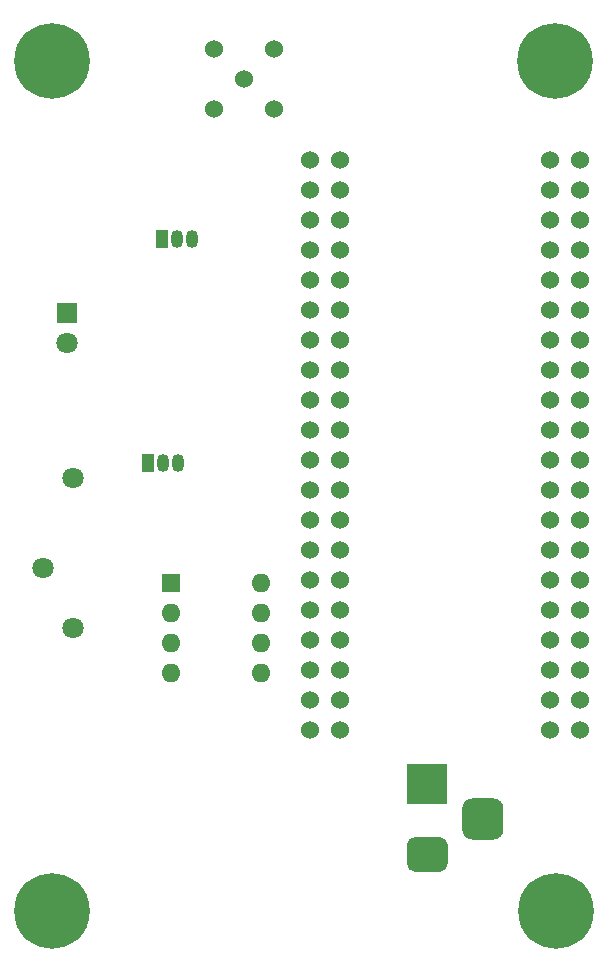
<source format=gbr>
%TF.GenerationSoftware,KiCad,Pcbnew,(5.1.10)-1*%
%TF.CreationDate,2021-08-06T14:13:42-04:00*%
%TF.ProjectId,LED_Pulser,4c45445f-5075-46c7-9365-722e6b696361,rev?*%
%TF.SameCoordinates,Original*%
%TF.FileFunction,Soldermask,Bot*%
%TF.FilePolarity,Negative*%
%FSLAX46Y46*%
G04 Gerber Fmt 4.6, Leading zero omitted, Abs format (unit mm)*
G04 Created by KiCad (PCBNEW (5.1.10)-1) date 2021-08-06 14:13:42*
%MOMM*%
%LPD*%
G01*
G04 APERTURE LIST*
%ADD10C,1.800000*%
%ADD11C,6.400000*%
%ADD12R,3.500000X3.500000*%
%ADD13O,1.050000X1.500000*%
%ADD14R,1.050000X1.500000*%
%ADD15C,1.524000*%
%ADD16O,1.600000X1.600000*%
%ADD17R,1.600000X1.600000*%
%ADD18R,1.800000X1.800000*%
G04 APERTURE END LIST*
D10*
%TO.C,RV1*%
X165100000Y-137668000D03*
X162560000Y-132588000D03*
X165100000Y-124968000D03*
%TD*%
D11*
%TO.C,H4*%
X163322000Y-161671000D03*
%TD*%
%TO.C,H3*%
X205994000Y-161671000D03*
%TD*%
%TO.C,H2*%
X205867000Y-89662000D03*
%TD*%
%TO.C,H1*%
X163322000Y-89662000D03*
%TD*%
D12*
%TO.C,J42*%
X195072000Y-150876000D03*
G36*
G01*
X196072000Y-158376000D02*
X194072000Y-158376000D01*
G75*
G02*
X193322000Y-157626000I0J750000D01*
G01*
X193322000Y-156126000D01*
G75*
G02*
X194072000Y-155376000I750000J0D01*
G01*
X196072000Y-155376000D01*
G75*
G02*
X196822000Y-156126000I0J-750000D01*
G01*
X196822000Y-157626000D01*
G75*
G02*
X196072000Y-158376000I-750000J0D01*
G01*
G37*
G36*
G01*
X200647000Y-155626000D02*
X198897000Y-155626000D01*
G75*
G02*
X198022000Y-154751000I0J875000D01*
G01*
X198022000Y-153001000D01*
G75*
G02*
X198897000Y-152126000I875000J0D01*
G01*
X200647000Y-152126000D01*
G75*
G02*
X201522000Y-153001000I0J-875000D01*
G01*
X201522000Y-154751000D01*
G75*
G02*
X200647000Y-155626000I-875000J0D01*
G01*
G37*
%TD*%
D13*
%TO.C,U1*%
X172720000Y-123698000D03*
X173990000Y-123698000D03*
D14*
X171450000Y-123698000D03*
%TD*%
D15*
%TO.C,J41*%
X185166000Y-128524000D03*
%TD*%
%TO.C,J40*%
X208026000Y-115824000D03*
%TD*%
%TO.C,J39*%
X185166000Y-141224000D03*
%TD*%
%TO.C,J38*%
X208026000Y-141224000D03*
%TD*%
%TO.C,J37*%
X208026000Y-136144000D03*
%TD*%
%TO.C,J36*%
X208026000Y-131064000D03*
%TD*%
%TO.C,J35*%
X208026000Y-125984000D03*
%TD*%
%TO.C,J34*%
X208026000Y-120904000D03*
%TD*%
%TO.C,J33*%
X208026000Y-110744000D03*
%TD*%
%TO.C,J32*%
X208026000Y-105664000D03*
%TD*%
%TO.C,J31*%
X208026000Y-100584000D03*
%TD*%
%TO.C,J30*%
X208026000Y-143764000D03*
%TD*%
%TO.C,J29*%
X208026000Y-138684000D03*
%TD*%
%TO.C,J28*%
X208026000Y-133604000D03*
%TD*%
%TO.C,J27*%
X208026000Y-123444000D03*
%TD*%
%TO.C,J26*%
X208026000Y-118364000D03*
%TD*%
%TO.C,J25*%
X208026000Y-113284000D03*
%TD*%
%TO.C,J24*%
X208026000Y-108204000D03*
%TD*%
%TO.C,J23*%
X208026000Y-98044000D03*
%TD*%
%TO.C,J22*%
X208026000Y-146304000D03*
%TD*%
%TO.C,J21*%
X185166000Y-98044000D03*
%TD*%
%TO.C,J20*%
X185166000Y-146304000D03*
%TD*%
%TO.C,J19*%
X185166000Y-136144000D03*
%TD*%
%TO.C,J18*%
X185166000Y-131064000D03*
%TD*%
%TO.C,J17*%
X185166000Y-125984000D03*
%TD*%
%TO.C,J16*%
X185166000Y-120904000D03*
%TD*%
%TO.C,J15*%
X185166000Y-110744000D03*
%TD*%
%TO.C,J14*%
X185166000Y-105664000D03*
%TD*%
%TO.C,J13*%
X185166000Y-143764000D03*
%TD*%
%TO.C,J12*%
X185166000Y-138684000D03*
%TD*%
%TO.C,J11*%
X185166000Y-133604000D03*
%TD*%
%TO.C,J10*%
X185166000Y-123444000D03*
%TD*%
%TO.C,J9*%
X185166000Y-118364000D03*
%TD*%
%TO.C,J8*%
X185166000Y-113284000D03*
%TD*%
%TO.C,J7*%
X185166000Y-108204000D03*
%TD*%
%TO.C,J6*%
X208026000Y-128524000D03*
%TD*%
%TO.C,J5*%
X208026000Y-103124000D03*
%TD*%
%TO.C,J4*%
X185166000Y-115824000D03*
%TD*%
%TO.C,J3*%
X185166000Y-103124000D03*
%TD*%
%TO.C,J2*%
X185166000Y-100584000D03*
%TD*%
%TO.C,U4*%
X187706000Y-98044000D03*
X187706000Y-100584000D03*
X187706000Y-103124000D03*
X187706000Y-105664000D03*
X187706000Y-108204000D03*
X187706000Y-110744000D03*
X187706000Y-113284000D03*
X187706000Y-115824000D03*
X187706000Y-136144000D03*
X187706000Y-133604000D03*
X187706000Y-120904000D03*
X187706000Y-118364000D03*
X187706000Y-125984000D03*
X187706000Y-128524000D03*
X187706000Y-123444000D03*
X187706000Y-131064000D03*
X187706000Y-146304000D03*
X187706000Y-141224000D03*
X187706000Y-143764000D03*
X187706000Y-138684000D03*
X205486000Y-98044000D03*
X205486000Y-128524000D03*
X205486000Y-125984000D03*
X205486000Y-136144000D03*
X205486000Y-100584000D03*
X205486000Y-133604000D03*
X205486000Y-146304000D03*
X205486000Y-115824000D03*
X205486000Y-141224000D03*
X205486000Y-120904000D03*
X205486000Y-143764000D03*
X205486000Y-138684000D03*
X205486000Y-123444000D03*
X205486000Y-105664000D03*
X205486000Y-108204000D03*
X205486000Y-103124000D03*
X205486000Y-118364000D03*
X205486000Y-113284000D03*
X205486000Y-110744000D03*
X205486000Y-131064000D03*
%TD*%
%TO.C,J1*%
X177038000Y-93726000D03*
X182118000Y-93726000D03*
X182118000Y-88646000D03*
X177038000Y-88646000D03*
X179578000Y-91186000D03*
%TD*%
D16*
%TO.C,U2*%
X180975000Y-133858000D03*
X173355000Y-141478000D03*
X180975000Y-136398000D03*
X173355000Y-138938000D03*
X180975000Y-138938000D03*
X173355000Y-136398000D03*
X180975000Y-141478000D03*
D17*
X173355000Y-133858000D03*
%TD*%
D14*
%TO.C,Q1*%
X172593000Y-104775000D03*
D13*
X175133000Y-104775000D03*
X173863000Y-104775000D03*
%TD*%
D18*
%TO.C,D1*%
X164592000Y-110998000D03*
D10*
X164592000Y-113538000D03*
%TD*%
M02*

</source>
